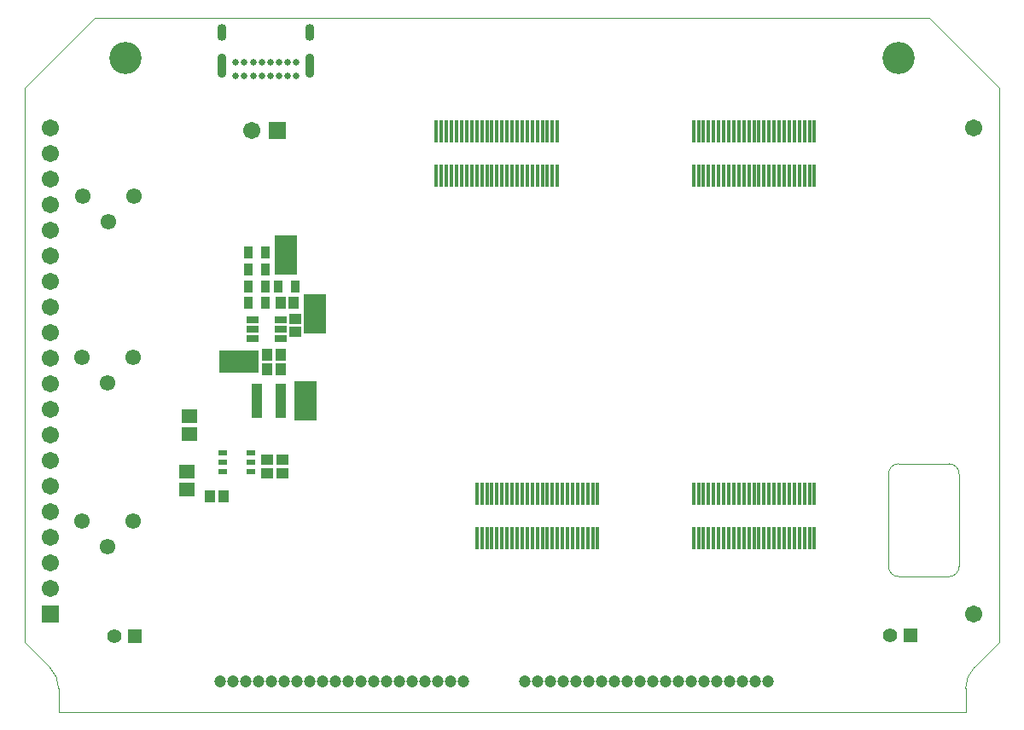
<source format=gbs>
G04*
G04 #@! TF.GenerationSoftware,Altium Limited,Altium Designer,22.7.1 (60)*
G04*
G04 Layer_Color=16711935*
%FSLAX44Y44*%
%MOMM*%
G71*
G04*
G04 #@! TF.SameCoordinates,F0A3B908-A9A0-482C-9906-E7527CCB9396*
G04*
G04*
G04 #@! TF.FilePolarity,Negative*
G04*
G01*
G75*
%ADD14C,0.0254*%
%ADD17C,3.2032*%
%ADD18C,1.5494*%
%ADD19C,1.2032*%
%ADD20C,1.4032*%
%ADD21R,1.4032X1.4032*%
%ADD22C,0.6500*%
G04:AMPARAMS|DCode=23|XSize=0.9mm|YSize=2.4mm|CornerRadius=0.45mm|HoleSize=0mm|Usage=FLASHONLY|Rotation=0.000|XOffset=0mm|YOffset=0mm|HoleType=Round|Shape=RoundedRectangle|*
%AMROUNDEDRECTD23*
21,1,0.9000,1.5000,0,0,0.0*
21,1,0.0000,2.4000,0,0,0.0*
1,1,0.9000,0.0000,-0.7500*
1,1,0.9000,0.0000,-0.7500*
1,1,0.9000,0.0000,0.7500*
1,1,0.9000,0.0000,0.7500*
%
%ADD23ROUNDEDRECTD23*%
G04:AMPARAMS|DCode=24|XSize=0.9mm|YSize=1.7mm|CornerRadius=0.45mm|HoleSize=0mm|Usage=FLASHONLY|Rotation=0.000|XOffset=0mm|YOffset=0mm|HoleType=Round|Shape=RoundedRectangle|*
%AMROUNDEDRECTD24*
21,1,0.9000,0.8000,0,0,0.0*
21,1,0.0000,1.7000,0,0,0.0*
1,1,0.9000,0.0000,-0.4000*
1,1,0.9000,0.0000,-0.4000*
1,1,0.9000,0.0000,0.4000*
1,1,0.9000,0.0000,0.4000*
%
%ADD24ROUNDEDRECTD24*%
%ADD25C,1.7032*%
%ADD26R,1.7032X1.7032*%
%ADD27C,1.7032*%
%ADD28R,1.7032X1.7032*%
%ADD49R,0.9525X0.6096*%
%ADD56R,0.9800X3.4000*%
%ADD60R,1.1032X1.2032*%
%ADD61R,0.4532X2.2032*%
%ADD62R,1.5532X1.3532*%
%ADD63R,1.2032X1.1032*%
%ADD64R,1.0532X1.1532*%
%ADD65R,1.1532X1.0532*%
%ADD66R,0.8532X1.2532*%
%ADD67R,2.2332X4.0032*%
%ADD68R,1.2032X0.8032*%
%ADD69R,4.0032X2.2332*%
D14*
X857746Y200438D02*
G03*
X867746Y190438I10000J0D01*
G01*
X917746Y190438D02*
G03*
X927746Y200438I0J10000D01*
G01*
X927746Y292438D02*
G03*
X917746Y302438I-10000J0D01*
G01*
X867746D02*
G03*
X857746Y292438I0J-10000D01*
G01*
X943030Y100544D02*
G03*
X934243Y79331I21213J-21213D01*
G01*
X34243D02*
G03*
X25456Y100544I-30000J0D01*
G01*
X867746Y190438D02*
X917746D01*
X927746Y200438D02*
X927746Y292438D01*
X867746Y302438D02*
X917746D01*
X857746Y200438D02*
Y292438D01*
X34243Y79331D02*
X34243Y55500D01*
X934243D01*
X934243Y79331D01*
X943030Y100544D02*
X967986Y125500D01*
Y675500D01*
X897986Y745500D02*
X967986Y675500D01*
X70500Y745500D02*
X897986D01*
X500Y675500D02*
X70500Y745500D01*
X500Y125500D02*
Y675500D01*
Y125500D02*
X25456Y100544D01*
D17*
X100500Y705500D02*
D03*
X867986D02*
D03*
D18*
X57149Y245170D02*
D03*
X82549Y219770D02*
D03*
X107949Y245170D02*
D03*
X58420Y567750D02*
D03*
X83820Y542350D02*
D03*
X109220Y567750D02*
D03*
X57150Y407730D02*
D03*
X82549Y382330D02*
D03*
X107950Y407730D02*
D03*
D19*
X435609Y86420D02*
D03*
X422909D02*
D03*
X410209D02*
D03*
X397509D02*
D03*
X384809D02*
D03*
X372109D02*
D03*
X359409D02*
D03*
X346709D02*
D03*
X334009D02*
D03*
X321309D02*
D03*
X308609D02*
D03*
X295909D02*
D03*
X283209D02*
D03*
X270509D02*
D03*
X257809D02*
D03*
X245109D02*
D03*
X232409D02*
D03*
X219709D02*
D03*
X207009D02*
D03*
X194309D02*
D03*
X737869Y86419D02*
D03*
X725169D02*
D03*
X712469D02*
D03*
X699769D02*
D03*
X687069D02*
D03*
X674369D02*
D03*
X661669D02*
D03*
X648969D02*
D03*
X636269D02*
D03*
X623569D02*
D03*
X610869D02*
D03*
X598169D02*
D03*
X585469D02*
D03*
X572769D02*
D03*
X560069D02*
D03*
X547369D02*
D03*
X534669D02*
D03*
X521969D02*
D03*
X509269D02*
D03*
X496569D02*
D03*
D20*
X90000Y130951D02*
D03*
X859353Y132258D02*
D03*
D21*
X110000Y130951D02*
D03*
X879353Y132258D02*
D03*
D22*
X210210Y700960D02*
D03*
X218710D02*
D03*
X227210D02*
D03*
X235710D02*
D03*
X244210D02*
D03*
X252710D02*
D03*
X261210D02*
D03*
X269710D02*
D03*
Y687460D02*
D03*
X261210D02*
D03*
X252710D02*
D03*
X244210D02*
D03*
X235710D02*
D03*
X227210D02*
D03*
X218710D02*
D03*
X210210D02*
D03*
D23*
X283210Y697260D02*
D03*
X196710D02*
D03*
D24*
X283210Y731060D02*
D03*
X196710D02*
D03*
D25*
X25900Y636130D02*
D03*
Y610730D02*
D03*
Y585330D02*
D03*
Y559930D02*
D03*
Y534530D02*
D03*
Y509130D02*
D03*
Y483730D02*
D03*
Y458330D02*
D03*
Y432930D02*
D03*
Y407530D02*
D03*
Y382130D02*
D03*
Y356730D02*
D03*
Y331330D02*
D03*
Y305930D02*
D03*
Y280530D02*
D03*
Y255130D02*
D03*
Y229730D02*
D03*
Y204330D02*
D03*
Y178930D02*
D03*
X225806Y632902D02*
D03*
D26*
X25900Y153530D02*
D03*
D27*
X942586D02*
D03*
Y636130D02*
D03*
D28*
X251206Y632902D02*
D03*
D49*
X224978Y313268D02*
D03*
Y303870D02*
D03*
Y294472D02*
D03*
X197419D02*
D03*
Y303870D02*
D03*
Y313268D02*
D03*
D56*
X254591Y364515D02*
D03*
X230891D02*
D03*
D60*
X241153Y396128D02*
D03*
X254653D02*
D03*
X184862Y269677D02*
D03*
X198363D02*
D03*
X241153Y410967D02*
D03*
X254653D02*
D03*
D61*
X409241Y588349D02*
D03*
X414241D02*
D03*
X434241D02*
D03*
X419241D02*
D03*
X439241D02*
D03*
X429241D02*
D03*
X424241D02*
D03*
X444241D02*
D03*
X449241D02*
D03*
X469241D02*
D03*
X454241D02*
D03*
X474241D02*
D03*
X464241D02*
D03*
X459241D02*
D03*
X479241D02*
D03*
X484241D02*
D03*
X504241D02*
D03*
X489241D02*
D03*
X509241D02*
D03*
X499241D02*
D03*
X494241D02*
D03*
X514241D02*
D03*
X519241D02*
D03*
X524241D02*
D03*
X529241D02*
D03*
X409241Y632349D02*
D03*
X414241D02*
D03*
X434241D02*
D03*
X419241D02*
D03*
X439241D02*
D03*
X429241D02*
D03*
X424241D02*
D03*
X444241D02*
D03*
X449241D02*
D03*
X469241D02*
D03*
X454241D02*
D03*
X474241D02*
D03*
X464241D02*
D03*
X459241D02*
D03*
X479241D02*
D03*
X484241D02*
D03*
X504241D02*
D03*
X489241D02*
D03*
X509241D02*
D03*
X499241D02*
D03*
X494241D02*
D03*
X514241D02*
D03*
X519241D02*
D03*
X524241D02*
D03*
X529241D02*
D03*
X784241D02*
D03*
X779241D02*
D03*
X774241D02*
D03*
X769241D02*
D03*
X749241D02*
D03*
X754241D02*
D03*
X764241D02*
D03*
X744241D02*
D03*
X759241D02*
D03*
X739241D02*
D03*
X734241D02*
D03*
X714241D02*
D03*
X719241D02*
D03*
X729241D02*
D03*
X709241D02*
D03*
X724241D02*
D03*
X704241D02*
D03*
X699241D02*
D03*
X679241D02*
D03*
X684241D02*
D03*
X694241D02*
D03*
X674241D02*
D03*
X689241D02*
D03*
X669241D02*
D03*
X664241D02*
D03*
X784241Y588349D02*
D03*
X779241D02*
D03*
X774241D02*
D03*
X769241D02*
D03*
X749241D02*
D03*
X754241D02*
D03*
X764241D02*
D03*
X744241D02*
D03*
X759241D02*
D03*
X739241D02*
D03*
X734241D02*
D03*
X714241D02*
D03*
X719241D02*
D03*
X729241D02*
D03*
X709241D02*
D03*
X724241D02*
D03*
X704241D02*
D03*
X699241D02*
D03*
X679241D02*
D03*
X684241D02*
D03*
X694241D02*
D03*
X674241D02*
D03*
X689241D02*
D03*
X669241D02*
D03*
X664241D02*
D03*
X449241Y228349D02*
D03*
X454241D02*
D03*
X474241D02*
D03*
X459241D02*
D03*
X479241D02*
D03*
X469241D02*
D03*
X464241D02*
D03*
X484241D02*
D03*
X489241D02*
D03*
X509241D02*
D03*
X494241D02*
D03*
X514241D02*
D03*
X504241D02*
D03*
X499241D02*
D03*
X519241D02*
D03*
X524241D02*
D03*
X544241D02*
D03*
X529241D02*
D03*
X549241D02*
D03*
X539241D02*
D03*
X534241D02*
D03*
X554241D02*
D03*
X559241D02*
D03*
X564241D02*
D03*
X569241D02*
D03*
X449241Y272349D02*
D03*
X454241D02*
D03*
X474241D02*
D03*
X459241D02*
D03*
X479241D02*
D03*
X469241D02*
D03*
X464241D02*
D03*
X484241D02*
D03*
X489241D02*
D03*
X509241D02*
D03*
X494241D02*
D03*
X514241D02*
D03*
X504241D02*
D03*
X499241D02*
D03*
X519241D02*
D03*
X524241D02*
D03*
X544241D02*
D03*
X529241D02*
D03*
X549241D02*
D03*
X539241D02*
D03*
X534241D02*
D03*
X554241D02*
D03*
X559241D02*
D03*
X564241D02*
D03*
X569241D02*
D03*
X784241D02*
D03*
X779241D02*
D03*
X774241D02*
D03*
X769241D02*
D03*
X749241D02*
D03*
X754241D02*
D03*
X764241D02*
D03*
X744241D02*
D03*
X759241D02*
D03*
X739241D02*
D03*
X734241D02*
D03*
X714241D02*
D03*
X719241D02*
D03*
X729241D02*
D03*
X709241D02*
D03*
X724241D02*
D03*
X704241D02*
D03*
X699241D02*
D03*
X679241D02*
D03*
X684241D02*
D03*
X694241D02*
D03*
X674241D02*
D03*
X689241D02*
D03*
X669241D02*
D03*
X664241D02*
D03*
X784241Y228349D02*
D03*
X779241D02*
D03*
X774241D02*
D03*
X769241D02*
D03*
X749241D02*
D03*
X754241D02*
D03*
X764241D02*
D03*
X744241D02*
D03*
X759241D02*
D03*
X739241D02*
D03*
X734241D02*
D03*
X714241D02*
D03*
X719241D02*
D03*
X729241D02*
D03*
X709241D02*
D03*
X724241D02*
D03*
X704241D02*
D03*
X699241D02*
D03*
X679241D02*
D03*
X684241D02*
D03*
X694241D02*
D03*
X674241D02*
D03*
X689241D02*
D03*
X669241D02*
D03*
X664241D02*
D03*
D62*
X161935Y294556D02*
D03*
Y277056D02*
D03*
X164516Y331894D02*
D03*
Y349394D02*
D03*
D63*
X256774Y306749D02*
D03*
Y293249D02*
D03*
X241290Y306749D02*
D03*
Y293249D02*
D03*
D64*
X254306Y461935D02*
D03*
X267306D02*
D03*
D65*
X269193Y446499D02*
D03*
Y433499D02*
D03*
D66*
X222629Y495483D02*
D03*
X239629D02*
D03*
X222629Y512257D02*
D03*
X239629D02*
D03*
X269306Y478709D02*
D03*
X252306D02*
D03*
X222629D02*
D03*
X239629D02*
D03*
X222629Y461935D02*
D03*
X239629D02*
D03*
D67*
X259516Y509676D02*
D03*
X288548Y450967D02*
D03*
X278870Y364515D02*
D03*
D68*
X226854Y426451D02*
D03*
Y435951D02*
D03*
Y445451D02*
D03*
X254354D02*
D03*
Y435951D02*
D03*
Y426451D02*
D03*
D69*
X213064Y403870D02*
D03*
M02*

</source>
